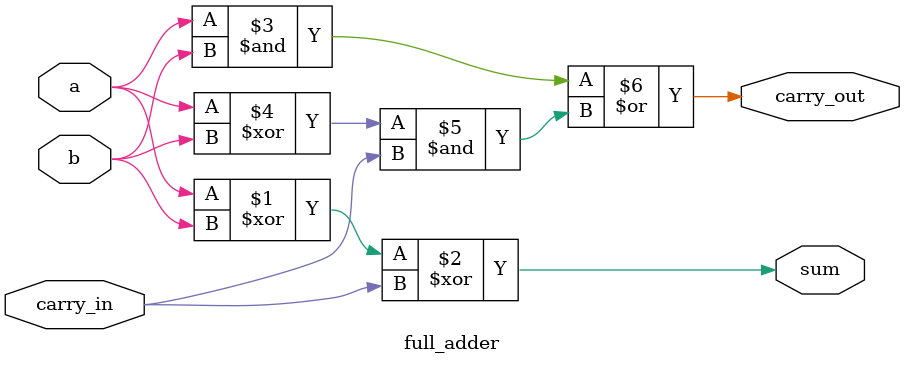
<source format=v>
module full_adder
(
    input      a, b, carry_in,
    output     sum, carry_out
);

    assign sum       = a ^ b ^ carry_in;
    assign carry_out = a & b | (a ^ b) & carry_in;

endmodule

</source>
